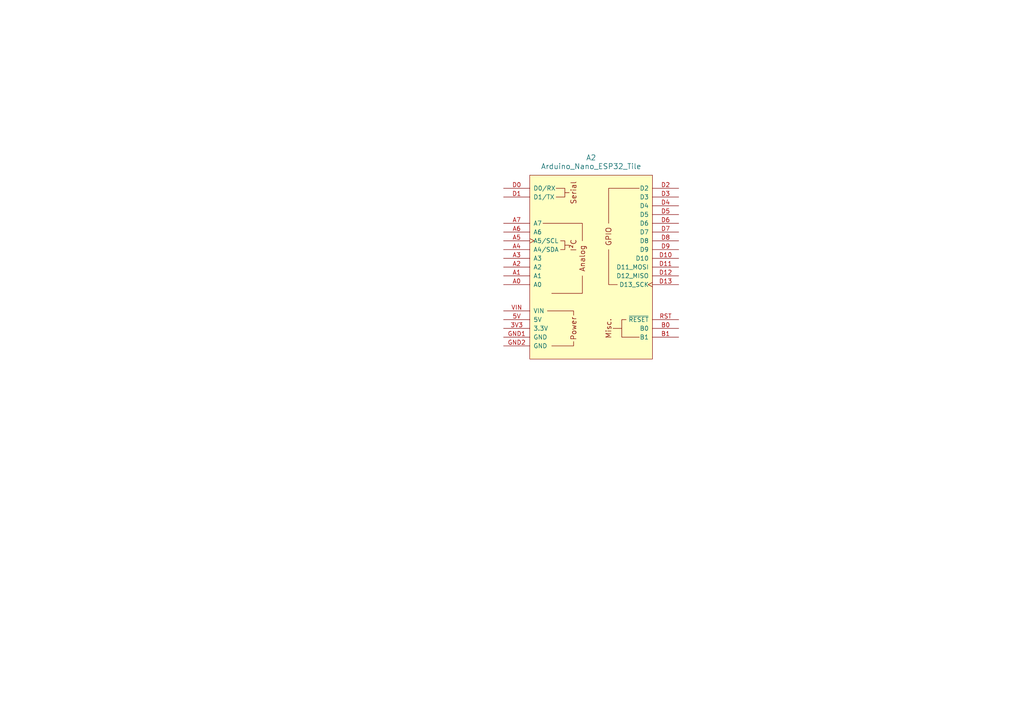
<source format=kicad_sch>
(kicad_sch (version 20230121) (generator eeschema)
  (paper "A4")
  (lib_symbols
    (symbol "arduino-library:Arduino_Nano_ESP32_Tile" (pin_names (offset 1.016))
      (property "Reference" "A" (at 0 33.02 0))
      (property "Value" "Arduino_Nano_ESP32_Tile" (at 0 29.21 0))
      (symbol "Arduino_Nano_ESP32_Tile_0_0"
        (rectangle (start -17.78 26.67) (end 17.78 -26.67) (fill (type background)))
        (polyline (pts (xy -7.62 6.35) (xy -6.35 6.35)))
        (polyline (pts (xy -7.62 21.59) (xy -6.35 21.59)))
        (polyline (pts (xy 8.89 -17.78) (xy 6.35 -17.78)))
        (polyline (pts (xy -11.43 -22.86) (xy -5.08 -22.86) (xy -5.08 -21.59)))
        (polyline (pts (xy -5.08 -13.97) (xy -5.08 -12.7) (xy -12.7 -12.7)))
        (polyline (pts (xy -10.16 22.86) (xy -7.62 22.86) (xy -7.62 20.32) (xy -10.16 20.32)))
        (polyline (pts (xy -8.89 7.62) (xy -7.62 7.62) (xy -7.62 5.08) (xy -8.89 5.08)))
        (text "Analog" (at -2.54 2.54 900) (effects (font (size 1.524 1.524))))
        (text "I²C" (at -5.08 6.35 900) (effects (font (size 1.524 1.524))))
        (text "Misc." (at 5.08 -17.78 900) (effects (font (size 1.524 1.524))))
        (text "Power" (at -5.08 -17.78 900) (effects (font (size 1.524 1.524))))
        (text "Serial" (at -5.08 21.59 900) (effects (font (size 1.524 1.524))))
      )
      (symbol "Arduino_Nano_ESP32_Tile_0_1"
        (polyline (pts (xy -13.97 12.7) (xy -2.54 12.7) (xy -2.54 7.62)))
        (polyline (pts (xy -11.43 -7.62) (xy -2.54 -7.62) (xy -2.54 -2.54)))
        (polyline (pts (xy 7.62 -5.08) (xy 5.08 -5.08) (xy 5.08 5.08)))
        (polyline (pts (xy 13.97 22.86) (xy 5.08 22.86) (xy 5.08 12.7)))
        (polyline (pts (xy 10.16 -15.24) (xy 8.89 -15.24) (xy 8.89 -20.32) (xy 13.97 -20.32)))
      )
      (symbol "Arduino_Nano_ESP32_Tile_1_0"
        (text "GPIO" (at 5.08 8.89 900) (effects (font (size 1.524 1.524))))
      )
      (symbol "Arduino_Nano_ESP32_Tile_1_1"
        (pin power_out line (at -25.4 -17.78 0) (length 7.62) (name "3.3V") (number "3V3"))
        (pin power_in line (at -25.4 -15.24 0) (length 7.62) (name "5V") (number "5V"))
        (pin bidirectional line (at -25.4 -5.08 0) (length 7.62) (name "A0") (number "A0"))
        (pin bidirectional line (at -25.4 -2.54 0) (length 7.62) (name "A1") (number "A1"))
        (pin bidirectional line (at -25.4 0 0) (length 7.62) (name "A2") (number "A2"))
        (pin bidirectional line (at -25.4 2.54 0) (length 7.62) (name "A3") (number "A3"))
        (pin bidirectional line (at -25.4 5.08 0) (length 7.62) (name "A4/SDA") (number "A4"))
        (pin bidirectional clock (at -25.4 7.62 0) (length 7.62) (name "A5/SCL") (number "A5"))
        (pin input line (at -25.4 10.16 0) (length 7.62) (name "A6") (number "A6"))
        (pin input line (at -25.4 12.7 0) (length 7.62) (name "A7") (number "A7"))
        (pin bidirectional line (at 25.4 -17.78 180) (length 7.62) (name "B0") (number "B0"))
        (pin bidirectional line (at 25.4 -20.32 180) (length 7.62) (name "B1") (number "B1"))
        (pin bidirectional line (at -25.4 22.86 0) (length 7.62) (name "D0/RX") (number "D0"))
        (pin bidirectional line (at -25.4 20.32 0) (length 7.62) (name "D1/TX") (number "D1"))
        (pin bidirectional line (at 25.4 2.54 180) (length 7.62) (name "D10") (number "D10"))
        (pin bidirectional line (at 25.4 0 180) (length 7.62) (name "D11_MOSI") (number "D11"))
        (pin bidirectional line (at 25.4 -2.54 180) (length 7.62) (name "D12_MISO") (number "D12"))
        (pin bidirectional clock (at 25.4 -5.08 180) (length 7.62) (name "D13_SCK") (number "D13"))
        (pin bidirectional line (at 25.4 22.86 180) (length 7.62) (name "D2") (number "D2"))
        (pin bidirectional line (at 25.4 20.32 180) (length 7.62) (name "D3") (number "D3"))
        (pin bidirectional line (at 25.4 17.78 180) (length 7.62) (name "D4") (number "D4"))
        (pin bidirectional line (at 25.4 15.24 180) (length 7.62) (name "D5") (number "D5"))
        (pin bidirectional line (at 25.4 12.7 180) (length 7.62) (name "D6") (number "D6"))
        (pin bidirectional line (at 25.4 10.16 180) (length 7.62) (name "D7") (number "D7"))
        (pin bidirectional line (at 25.4 7.62 180) (length 7.62) (name "D8") (number "D8"))
        (pin bidirectional line (at 25.4 5.08 180) (length 7.62) (name "D9") (number "D9"))
        (pin power_in line (at -25.4 -20.32 0) (length 7.62) (name "GND") (number "GND1"))
        (pin power_in line (at -25.4 -22.86 0) (length 7.62) (name "GND") (number "GND2"))
        (pin open_collector line (at 25.4 -15.24 180) (length 7.62) (name "~{RESET}") (number "RST"))
        (pin power_in line (at -25.4 -12.7 0) (length 7.62) (name "VIN") (number "VIN"))
      )
    )
  )
  (symbol (lib_id "arduino-library:Arduino_Nano_ESP32_Tile") (at 171.45 77.47 0) (unit 1)
    (property "Reference" "A2" (at 171.45 45.72 0) (effects (font (size 1.524 1.524))))
    (property "Value" "Arduino_Nano_ESP32_Tile" (at 171.45 48.26 0) (effects (font (size 1.524 1.524))))
    (property "Footprint" "esp32_footprint:Arduino_Nano_ESP32_Tile" (effects hide))
    (property "Datasheet" "https://docs.arduino.cc/hardware/nano-esp32" (effects hide))
  )
)
</source>
